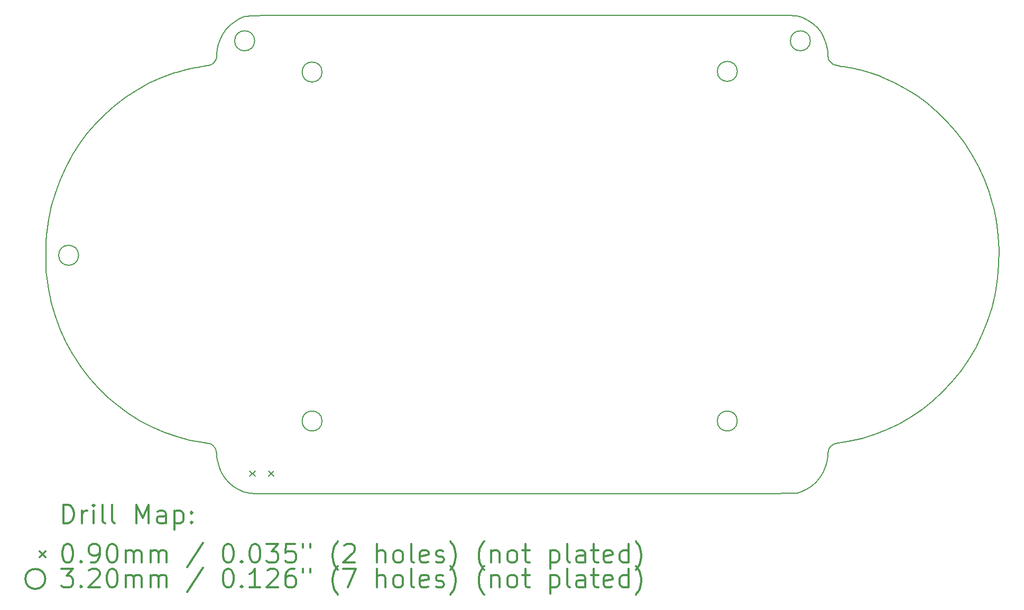
<source format=gbr>
%FSLAX45Y45*%
G04 Gerber Fmt 4.5, Leading zero omitted, Abs format (unit mm)*
G04 Created by KiCad (PCBNEW (2016-12-18 revision 3ffa37c)-master) date Monday, February 06, 2017 'PMt' 10:41:28 PM*
%MOMM*%
%LPD*%
G01*
G04 APERTURE LIST*
%ADD10C,0.127000*%
%ADD11C,0.150000*%
%ADD12C,0.200000*%
%ADD13C,0.300000*%
G04 APERTURE END LIST*
D10*
D11*
X13403871Y-5064494D02*
X13666055Y-5064516D01*
X13666055Y-5064516D02*
X13943394Y-5064543D01*
X13943394Y-5064543D02*
X14236324Y-5064570D01*
X14236324Y-5064570D02*
X14545279Y-5064591D01*
X14545279Y-5064591D02*
X14870695Y-5064600D01*
X14870695Y-5064600D02*
X14900000Y-5064600D01*
X14900000Y-5064600D02*
X15225195Y-5064603D01*
X15225195Y-5064603D02*
X15533889Y-5064614D01*
X15533889Y-5064614D02*
X15826513Y-5064633D01*
X15826513Y-5064633D02*
X16103500Y-5064663D01*
X16103500Y-5064663D02*
X16365282Y-5064703D01*
X16365282Y-5064703D02*
X16612291Y-5064757D01*
X16612291Y-5064757D02*
X16844958Y-5064824D01*
X16844958Y-5064824D02*
X17063715Y-5064907D01*
X17063715Y-5064907D02*
X17268995Y-5065007D01*
X17268995Y-5065007D02*
X17461230Y-5065124D01*
X17461230Y-5065124D02*
X17640851Y-5065261D01*
X17640851Y-5065261D02*
X17808291Y-5065418D01*
X17808291Y-5065418D02*
X17963981Y-5065597D01*
X17963981Y-5065597D02*
X18108354Y-5065800D01*
X18108354Y-5065800D02*
X18241842Y-5066027D01*
X18241842Y-5066027D02*
X18364876Y-5066280D01*
X18364876Y-5066280D02*
X18477888Y-5066561D01*
X18477888Y-5066561D02*
X18581311Y-5066870D01*
X18581311Y-5066870D02*
X18675577Y-5067209D01*
X18675577Y-5067209D02*
X18761117Y-5067579D01*
X18761117Y-5067579D02*
X18838363Y-5067981D01*
X18838363Y-5067981D02*
X18907748Y-5068418D01*
X18907748Y-5068418D02*
X18969703Y-5068890D01*
X18969703Y-5068890D02*
X19024661Y-5069398D01*
X19024661Y-5069398D02*
X19073053Y-5069944D01*
X19073053Y-5069944D02*
X19115312Y-5070530D01*
X19115312Y-5070530D02*
X19151869Y-5071155D01*
X19151869Y-5071155D02*
X19183156Y-5071823D01*
X19183156Y-5071823D02*
X19209606Y-5072534D01*
X19209606Y-5072534D02*
X19231650Y-5073289D01*
X19231650Y-5073289D02*
X19249720Y-5074090D01*
X19249720Y-5074090D02*
X19264249Y-5074938D01*
X19264249Y-5074938D02*
X19275669Y-5075835D01*
X19275669Y-5075835D02*
X19284410Y-5076781D01*
X19284410Y-5076781D02*
X19290906Y-5077779D01*
X19290906Y-5077779D02*
X19292380Y-5078067D01*
X19292380Y-5078067D02*
X19390309Y-5106500D01*
X19390309Y-5106500D02*
X19479746Y-5149022D01*
X19479746Y-5149022D02*
X19559829Y-5204606D01*
X19559829Y-5204606D02*
X19629698Y-5272224D01*
X19629698Y-5272224D02*
X19688490Y-5350848D01*
X19688490Y-5350848D02*
X19735342Y-5439450D01*
X19735342Y-5439450D02*
X19769394Y-5537003D01*
X19769394Y-5537003D02*
X19789783Y-5642479D01*
X19789783Y-5642479D02*
X19793073Y-5675092D01*
X19793073Y-5675092D02*
X19796952Y-5718151D01*
X19796952Y-5718151D02*
X19801106Y-5748489D01*
X19801106Y-5748489D02*
X19806569Y-5770300D01*
X19806569Y-5770300D02*
X19814373Y-5787779D01*
X19814373Y-5787779D02*
X19824841Y-5804112D01*
X19824841Y-5804112D02*
X19841678Y-5825672D01*
X19841678Y-5825672D02*
X19859890Y-5842512D01*
X19859890Y-5842512D02*
X19882263Y-5855771D01*
X19882263Y-5855771D02*
X19911586Y-5866592D01*
X19911586Y-5866592D02*
X19950647Y-5876114D01*
X19950647Y-5876114D02*
X20002232Y-5885478D01*
X20002232Y-5885478D02*
X20037212Y-5891014D01*
X20037212Y-5891014D02*
X20192983Y-5918577D01*
X20192983Y-5918577D02*
X20339016Y-5952472D01*
X20339016Y-5952472D02*
X20481878Y-5994458D01*
X20481878Y-5994458D02*
X20628135Y-6046294D01*
X20628135Y-6046294D02*
X20653560Y-6056115D01*
X20653560Y-6056115D02*
X20851592Y-6142441D01*
X20851592Y-6142441D02*
X21041742Y-6243346D01*
X21041742Y-6243346D02*
X21223400Y-6358119D01*
X21223400Y-6358119D02*
X21395957Y-6486046D01*
X21395957Y-6486046D02*
X21558801Y-6626414D01*
X21558801Y-6626414D02*
X21711323Y-6778512D01*
X21711323Y-6778512D02*
X21852913Y-6941625D01*
X21852913Y-6941625D02*
X21982959Y-7115043D01*
X21982959Y-7115043D02*
X22100853Y-7298051D01*
X22100853Y-7298051D02*
X22205984Y-7489937D01*
X22205984Y-7489937D02*
X22297742Y-7689989D01*
X22297742Y-7689989D02*
X22375516Y-7897493D01*
X22375516Y-7897493D02*
X22438697Y-8111737D01*
X22438697Y-8111737D02*
X22449063Y-8153399D01*
X22449063Y-8153399D02*
X22493503Y-8372803D01*
X22493503Y-8372803D02*
X22522257Y-8596790D01*
X22522257Y-8596790D02*
X22535296Y-8823500D01*
X22535296Y-8823500D02*
X22532594Y-9051073D01*
X22532594Y-9051073D02*
X22514122Y-9277649D01*
X22514122Y-9277649D02*
X22479855Y-9501367D01*
X22479855Y-9501367D02*
X22469607Y-9552841D01*
X22469607Y-9552841D02*
X22415580Y-9771540D01*
X22415580Y-9771540D02*
X22345706Y-9985304D01*
X22345706Y-9985304D02*
X22260522Y-10193141D01*
X22260522Y-10193141D02*
X22160565Y-10394058D01*
X22160565Y-10394058D02*
X22046371Y-10587060D01*
X22046371Y-10587060D02*
X21918478Y-10771156D01*
X21918478Y-10771156D02*
X21777422Y-10945351D01*
X21777422Y-10945351D02*
X21634259Y-11098233D01*
X21634259Y-11098233D02*
X21472290Y-11247851D01*
X21472290Y-11247851D02*
X21300848Y-11383912D01*
X21300848Y-11383912D02*
X21120740Y-11506011D01*
X21120740Y-11506011D02*
X20932773Y-11613744D01*
X20932773Y-11613744D02*
X20737753Y-11706709D01*
X20737753Y-11706709D02*
X20536486Y-11784502D01*
X20536486Y-11784502D02*
X20329780Y-11846718D01*
X20329780Y-11846718D02*
X20118440Y-11892955D01*
X20118440Y-11892955D02*
X20012681Y-11909761D01*
X20012681Y-11909761D02*
X19961533Y-11917487D01*
X19961533Y-11917487D02*
X19923804Y-11924984D01*
X19923804Y-11924984D02*
X19896034Y-11933393D01*
X19896034Y-11933393D02*
X19874766Y-11943853D01*
X19874766Y-11943853D02*
X19856541Y-11957505D01*
X19856541Y-11957505D02*
X19850127Y-11963355D01*
X19850127Y-11963355D02*
X19829024Y-11986473D01*
X19829024Y-11986473D02*
X19814042Y-12011852D01*
X19814042Y-12011852D02*
X19803730Y-12043493D01*
X19803730Y-12043493D02*
X19796634Y-12085400D01*
X19796634Y-12085400D02*
X19793000Y-12120704D01*
X19793000Y-12120704D02*
X19784677Y-12192612D01*
X19784677Y-12192612D02*
X19772497Y-12253874D01*
X19772497Y-12253874D02*
X19754873Y-12310626D01*
X19754873Y-12310626D02*
X19730220Y-12369004D01*
X19730220Y-12369004D02*
X19727117Y-12375567D01*
X19727117Y-12375567D02*
X19675732Y-12464013D01*
X19675732Y-12464013D02*
X19611264Y-12542371D01*
X19611264Y-12542371D02*
X19534940Y-12609606D01*
X19534940Y-12609606D02*
X19447986Y-12664686D01*
X19447986Y-12664686D02*
X19351630Y-12706574D01*
X19351630Y-12706574D02*
X19323833Y-12715587D01*
X19323833Y-12715587D02*
X19319590Y-12716731D01*
X19319590Y-12716731D02*
X19314351Y-12717817D01*
X19314351Y-12717817D02*
X19307681Y-12718848D01*
X19307681Y-12718848D02*
X19299143Y-12719823D01*
X19299143Y-12719823D02*
X19288303Y-12720745D01*
X19288303Y-12720745D02*
X19274723Y-12721616D01*
X19274723Y-12721616D02*
X19257968Y-12722437D01*
X19257968Y-12722437D02*
X19237602Y-12723210D01*
X19237602Y-12723210D02*
X19213188Y-12723937D01*
X19213188Y-12723937D02*
X19184292Y-12724619D01*
X19184292Y-12724619D02*
X19150477Y-12725257D01*
X19150477Y-12725257D02*
X19111306Y-12725854D01*
X19111306Y-12725854D02*
X19066344Y-12726412D01*
X19066344Y-12726412D02*
X19015156Y-12726931D01*
X19015156Y-12726931D02*
X18957304Y-12727413D01*
X18957304Y-12727413D02*
X18892353Y-12727860D01*
X18892353Y-12727860D02*
X18819868Y-12728275D01*
X18819868Y-12728275D02*
X18739411Y-12728657D01*
X18739411Y-12728657D02*
X18650548Y-12729009D01*
X18650548Y-12729009D02*
X18552842Y-12729333D01*
X18552842Y-12729333D02*
X18445857Y-12729631D01*
X18445857Y-12729631D02*
X18329157Y-12729903D01*
X18329157Y-12729903D02*
X18202306Y-12730152D01*
X18202306Y-12730152D02*
X18064869Y-12730379D01*
X18064869Y-12730379D02*
X17916408Y-12730586D01*
X17916408Y-12730586D02*
X17756489Y-12730774D01*
X17756489Y-12730774D02*
X17584676Y-12730946D01*
X17584676Y-12730946D02*
X17400531Y-12731102D01*
X17400531Y-12731102D02*
X17203620Y-12731245D01*
X17203620Y-12731245D02*
X16993506Y-12731375D01*
X16993506Y-12731375D02*
X16769754Y-12731496D01*
X16769754Y-12731496D02*
X16531927Y-12731608D01*
X16531927Y-12731608D02*
X16279589Y-12731713D01*
X16279589Y-12731713D02*
X16012305Y-12731812D01*
X16012305Y-12731812D02*
X15729639Y-12731908D01*
X15729639Y-12731908D02*
X15431154Y-12732002D01*
X15431154Y-12732002D02*
X15116414Y-12732095D01*
X15116414Y-12732095D02*
X14933867Y-12732148D01*
X14933867Y-12732148D02*
X14614587Y-12732223D01*
X14614587Y-12732223D02*
X14304852Y-12732265D01*
X14304852Y-12732265D02*
X14004977Y-12732275D01*
X14004977Y-12732275D02*
X13715278Y-12732252D01*
X13715278Y-12732252D02*
X13436068Y-12732198D01*
X13436068Y-12732198D02*
X13167664Y-12732112D01*
X13167664Y-12732112D02*
X12910381Y-12731996D01*
X12910381Y-12731996D02*
X12664532Y-12731849D01*
X12664532Y-12731849D02*
X12430435Y-12731672D01*
X12430435Y-12731672D02*
X12208403Y-12731466D01*
X12208403Y-12731466D02*
X11998751Y-12731231D01*
X11998751Y-12731231D02*
X11801796Y-12730968D01*
X11801796Y-12730968D02*
X11617851Y-12730677D01*
X11617851Y-12730677D02*
X11447232Y-12730358D01*
X11447232Y-12730358D02*
X11290253Y-12730012D01*
X11290253Y-12730012D02*
X11147231Y-12729640D01*
X11147231Y-12729640D02*
X11018480Y-12729241D01*
X11018480Y-12729241D02*
X10904315Y-12728817D01*
X10904315Y-12728817D02*
X10805052Y-12728369D01*
X10805052Y-12728369D02*
X10721004Y-12727895D01*
X10721004Y-12727895D02*
X10652488Y-12727397D01*
X10652488Y-12727397D02*
X10599818Y-12726876D01*
X10599818Y-12726876D02*
X10563310Y-12726331D01*
X10563310Y-12726331D02*
X10543278Y-12725764D01*
X10543278Y-12725764D02*
X10539725Y-12725502D01*
X10539725Y-12725502D02*
X10445208Y-12703581D01*
X10445208Y-12703581D02*
X10355703Y-12666305D01*
X10355703Y-12666305D02*
X10272788Y-12614899D01*
X10272788Y-12614899D02*
X10198041Y-12550591D01*
X10198041Y-12550591D02*
X10133042Y-12474605D01*
X10133042Y-12474605D02*
X10079367Y-12388169D01*
X10079367Y-12388169D02*
X10063498Y-12355562D01*
X10063498Y-12355562D02*
X10045526Y-12308277D01*
X10045526Y-12308277D02*
X10029380Y-12251824D01*
X10029380Y-12251824D02*
X10016528Y-12192710D01*
X10016528Y-12192710D02*
X10008438Y-12137442D01*
X10008438Y-12137442D02*
X10006378Y-12102245D01*
X10006378Y-12102245D02*
X9999005Y-12047523D01*
X9999005Y-12047523D02*
X9978351Y-11998653D01*
X9978351Y-11998653D02*
X9946193Y-11958804D01*
X9946193Y-11958804D02*
X9912836Y-11935267D01*
X9912836Y-11935267D02*
X9896136Y-11929713D01*
X9896136Y-11929713D02*
X9866846Y-11923031D01*
X9866846Y-11923031D02*
X9829190Y-11916089D01*
X9829190Y-11916089D02*
X9790069Y-11910116D01*
X9790069Y-11910116D02*
X9578546Y-11872577D01*
X9578546Y-11872577D02*
X9371415Y-11819015D01*
X9371415Y-11819015D02*
X9169444Y-11749947D01*
X9169444Y-11749947D02*
X8973399Y-11665889D01*
X8973399Y-11665889D02*
X8784049Y-11567359D01*
X8784049Y-11567359D02*
X8602160Y-11454875D01*
X8602160Y-11454875D02*
X8428501Y-11328953D01*
X8428501Y-11328953D02*
X8263837Y-11190110D01*
X8263837Y-11190110D02*
X8108938Y-11038864D01*
X8108938Y-11038864D02*
X7964569Y-10875732D01*
X7964569Y-10875732D02*
X7831499Y-10701231D01*
X7831499Y-10701231D02*
X7710495Y-10515879D01*
X7710495Y-10515879D02*
X7703085Y-10503501D01*
X7703085Y-10503501D02*
X7594490Y-10305521D01*
X7594490Y-10305521D02*
X7501368Y-10102132D01*
X7501368Y-10102132D02*
X7423466Y-9892576D01*
X7423466Y-9892576D02*
X7360535Y-9676092D01*
X7360535Y-9676092D02*
X7312322Y-9451923D01*
X7312322Y-9451923D02*
X7278850Y-9221733D01*
X7278850Y-9221733D02*
X7274860Y-9174415D01*
X7274860Y-9174415D02*
X7271792Y-9113696D01*
X7271792Y-9113696D02*
X7269647Y-9043076D01*
X7269647Y-9043076D02*
X7268423Y-8966059D01*
X7268423Y-8966059D02*
X7268133Y-8888832D01*
X7268133Y-8888832D02*
X7268122Y-8886146D01*
X7268122Y-8886146D02*
X7268744Y-8806839D01*
X7268744Y-8806839D02*
X7270287Y-8731639D01*
X7270287Y-8731639D02*
X7272752Y-8664049D01*
X7272752Y-8664049D02*
X7276139Y-8607571D01*
X7276139Y-8607571D02*
X7278859Y-8578267D01*
X7278859Y-8578267D02*
X7312406Y-8346762D01*
X7312406Y-8346762D02*
X7359895Y-8124385D01*
X7359895Y-8124385D02*
X7421682Y-7910152D01*
X7421682Y-7910152D02*
X7498123Y-7703082D01*
X7498123Y-7703082D02*
X7589575Y-7502193D01*
X7589575Y-7502193D02*
X7696394Y-7306504D01*
X7696394Y-7306504D02*
X7799778Y-7143167D01*
X7799778Y-7143167D02*
X7927824Y-6967798D01*
X7927824Y-6967798D02*
X8068412Y-6802642D01*
X8068412Y-6802642D02*
X8220530Y-6648441D01*
X8220530Y-6648441D02*
X8383164Y-6505938D01*
X8383164Y-6505938D02*
X8555303Y-6375876D01*
X8555303Y-6375876D02*
X8735936Y-6258997D01*
X8735936Y-6258997D02*
X8924048Y-6156045D01*
X8924048Y-6156045D02*
X9118629Y-6067761D01*
X9118629Y-6067761D02*
X9318666Y-5994890D01*
X9318666Y-5994890D02*
X9396936Y-5971097D01*
X9396936Y-5971097D02*
X9504202Y-5942738D01*
X9504202Y-5942738D02*
X9616531Y-5917480D01*
X9616531Y-5917480D02*
X9726538Y-5896880D01*
X9726538Y-5896880D02*
X9803067Y-5885426D01*
X9803067Y-5885426D02*
X9860298Y-5875767D01*
X9860298Y-5875767D02*
X9903937Y-5862887D01*
X9903937Y-5862887D02*
X9937221Y-5845465D01*
X9937221Y-5845465D02*
X9963384Y-5822178D01*
X9963384Y-5822178D02*
X9966374Y-5818720D01*
X9966374Y-5818720D02*
X9982788Y-5795480D01*
X9982788Y-5795480D02*
X9994440Y-5768701D01*
X9994440Y-5768701D02*
X10002436Y-5734469D01*
X10002436Y-5734469D02*
X10007886Y-5688869D01*
X10007886Y-5688869D02*
X10009658Y-5665733D01*
X10009658Y-5665733D02*
X10024817Y-5560840D01*
X10024817Y-5560840D02*
X10055053Y-5462460D01*
X10055053Y-5462460D02*
X10099570Y-5371776D01*
X10099570Y-5371776D02*
X10157574Y-5289971D01*
X10157574Y-5289971D02*
X10228270Y-5218226D01*
X10228270Y-5218226D02*
X10310862Y-5157726D01*
X10310862Y-5157726D02*
X10374567Y-5123061D01*
X10374567Y-5123061D02*
X10383086Y-5118720D01*
X10383086Y-5118720D02*
X10390235Y-5114598D01*
X10390235Y-5114598D02*
X10396449Y-5110689D01*
X10396449Y-5110689D02*
X10402163Y-5106988D01*
X10402163Y-5106988D02*
X10407812Y-5103488D01*
X10407812Y-5103488D02*
X10413830Y-5100185D01*
X10413830Y-5100185D02*
X10420652Y-5097073D01*
X10420652Y-5097073D02*
X10428714Y-5094145D01*
X10428714Y-5094145D02*
X10438449Y-5091397D01*
X10438449Y-5091397D02*
X10450294Y-5088823D01*
X10450294Y-5088823D02*
X10464683Y-5086417D01*
X10464683Y-5086417D02*
X10482051Y-5084173D01*
X10482051Y-5084173D02*
X10502832Y-5082087D01*
X10502832Y-5082087D02*
X10527462Y-5080151D01*
X10527462Y-5080151D02*
X10556376Y-5078362D01*
X10556376Y-5078362D02*
X10590007Y-5076712D01*
X10590007Y-5076712D02*
X10628793Y-5075197D01*
X10628793Y-5075197D02*
X10673166Y-5073811D01*
X10673166Y-5073811D02*
X10723562Y-5072548D01*
X10723562Y-5072548D02*
X10780416Y-5071403D01*
X10780416Y-5071403D02*
X10844164Y-5070369D01*
X10844164Y-5070369D02*
X10915238Y-5069443D01*
X10915238Y-5069443D02*
X10994076Y-5068616D01*
X10994076Y-5068616D02*
X11081111Y-5067885D01*
X11081111Y-5067885D02*
X11176778Y-5067244D01*
X11176778Y-5067244D02*
X11281512Y-5066686D01*
X11281512Y-5066686D02*
X11395749Y-5066207D01*
X11395749Y-5066207D02*
X11519923Y-5065800D01*
X11519923Y-5065800D02*
X11654468Y-5065460D01*
X11654468Y-5065460D02*
X11799821Y-5065182D01*
X11799821Y-5065182D02*
X11956415Y-5064960D01*
X11956415Y-5064960D02*
X12124685Y-5064788D01*
X12124685Y-5064788D02*
X12305068Y-5064660D01*
X12305068Y-5064660D02*
X12497996Y-5064572D01*
X12497996Y-5064572D02*
X12703906Y-5064516D01*
X12703906Y-5064516D02*
X12923232Y-5064489D01*
X12923232Y-5064489D02*
X13156409Y-5064483D01*
X13156409Y-5064483D02*
X13403871Y-5064494D01*
D12*
X10533000Y-12363700D02*
X10623000Y-12453700D01*
X10623000Y-12363700D02*
X10533000Y-12453700D01*
X10833000Y-12363700D02*
X10923000Y-12453700D01*
X10923000Y-12363700D02*
X10833000Y-12453700D01*
X7794000Y-8911600D02*
G75*
G03X7794000Y-8911600I-160000J0D01*
G01*
X10613000Y-5476200D02*
G75*
G03X10613000Y-5476200I-160000J0D01*
G01*
X11693000Y-5976200D02*
G75*
G03X11693000Y-5976200I-160000J0D01*
G01*
X11693000Y-11566200D02*
G75*
G03X11693000Y-11566200I-160000J0D01*
G01*
X18343000Y-5966200D02*
G75*
G03X18343000Y-5966200I-160000J0D01*
G01*
X18343000Y-11566200D02*
G75*
G03X18343000Y-11566200I-160000J0D01*
G01*
X19513000Y-5476200D02*
G75*
G03X19513000Y-5476200I-160000J0D01*
G01*
D13*
X7547051Y-13205489D02*
X7547051Y-12905489D01*
X7618479Y-12905489D01*
X7661337Y-12919775D01*
X7689908Y-12948346D01*
X7704194Y-12976918D01*
X7718479Y-13034061D01*
X7718479Y-13076918D01*
X7704194Y-13134061D01*
X7689908Y-13162632D01*
X7661337Y-13191204D01*
X7618479Y-13205489D01*
X7547051Y-13205489D01*
X7847051Y-13205489D02*
X7847051Y-13005489D01*
X7847051Y-13062632D02*
X7861337Y-13034061D01*
X7875622Y-13019775D01*
X7904194Y-13005489D01*
X7932765Y-13005489D01*
X8032765Y-13205489D02*
X8032765Y-13005489D01*
X8032765Y-12905489D02*
X8018479Y-12919775D01*
X8032765Y-12934061D01*
X8047051Y-12919775D01*
X8032765Y-12905489D01*
X8032765Y-12934061D01*
X8218479Y-13205489D02*
X8189908Y-13191204D01*
X8175622Y-13162632D01*
X8175622Y-12905489D01*
X8375622Y-13205489D02*
X8347051Y-13191204D01*
X8332765Y-13162632D01*
X8332765Y-12905489D01*
X8718480Y-13205489D02*
X8718480Y-12905489D01*
X8818480Y-13119775D01*
X8918480Y-12905489D01*
X8918480Y-13205489D01*
X9189908Y-13205489D02*
X9189908Y-13048346D01*
X9175622Y-13019775D01*
X9147051Y-13005489D01*
X9089908Y-13005489D01*
X9061337Y-13019775D01*
X9189908Y-13191204D02*
X9161337Y-13205489D01*
X9089908Y-13205489D01*
X9061337Y-13191204D01*
X9047051Y-13162632D01*
X9047051Y-13134061D01*
X9061337Y-13105489D01*
X9089908Y-13091204D01*
X9161337Y-13091204D01*
X9189908Y-13076918D01*
X9332765Y-13005489D02*
X9332765Y-13305489D01*
X9332765Y-13019775D02*
X9361337Y-13005489D01*
X9418480Y-13005489D01*
X9447051Y-13019775D01*
X9461337Y-13034061D01*
X9475622Y-13062632D01*
X9475622Y-13148346D01*
X9461337Y-13176918D01*
X9447051Y-13191204D01*
X9418480Y-13205489D01*
X9361337Y-13205489D01*
X9332765Y-13191204D01*
X9604194Y-13176918D02*
X9618480Y-13191204D01*
X9604194Y-13205489D01*
X9589908Y-13191204D01*
X9604194Y-13176918D01*
X9604194Y-13205489D01*
X9604194Y-13019775D02*
X9618480Y-13034061D01*
X9604194Y-13048346D01*
X9589908Y-13034061D01*
X9604194Y-13019775D01*
X9604194Y-13048346D01*
X7170622Y-13654775D02*
X7260622Y-13744775D01*
X7260622Y-13654775D02*
X7170622Y-13744775D01*
X7604194Y-13535489D02*
X7632765Y-13535489D01*
X7661337Y-13549775D01*
X7675622Y-13564061D01*
X7689908Y-13592632D01*
X7704194Y-13649775D01*
X7704194Y-13721204D01*
X7689908Y-13778346D01*
X7675622Y-13806918D01*
X7661337Y-13821204D01*
X7632765Y-13835489D01*
X7604194Y-13835489D01*
X7575622Y-13821204D01*
X7561337Y-13806918D01*
X7547051Y-13778346D01*
X7532765Y-13721204D01*
X7532765Y-13649775D01*
X7547051Y-13592632D01*
X7561337Y-13564061D01*
X7575622Y-13549775D01*
X7604194Y-13535489D01*
X7832765Y-13806918D02*
X7847051Y-13821204D01*
X7832765Y-13835489D01*
X7818479Y-13821204D01*
X7832765Y-13806918D01*
X7832765Y-13835489D01*
X7989908Y-13835489D02*
X8047051Y-13835489D01*
X8075622Y-13821204D01*
X8089908Y-13806918D01*
X8118479Y-13764061D01*
X8132765Y-13706918D01*
X8132765Y-13592632D01*
X8118479Y-13564061D01*
X8104194Y-13549775D01*
X8075622Y-13535489D01*
X8018479Y-13535489D01*
X7989908Y-13549775D01*
X7975622Y-13564061D01*
X7961337Y-13592632D01*
X7961337Y-13664061D01*
X7975622Y-13692632D01*
X7989908Y-13706918D01*
X8018479Y-13721204D01*
X8075622Y-13721204D01*
X8104194Y-13706918D01*
X8118479Y-13692632D01*
X8132765Y-13664061D01*
X8318479Y-13535489D02*
X8347051Y-13535489D01*
X8375622Y-13549775D01*
X8389908Y-13564061D01*
X8404194Y-13592632D01*
X8418480Y-13649775D01*
X8418480Y-13721204D01*
X8404194Y-13778346D01*
X8389908Y-13806918D01*
X8375622Y-13821204D01*
X8347051Y-13835489D01*
X8318479Y-13835489D01*
X8289908Y-13821204D01*
X8275622Y-13806918D01*
X8261337Y-13778346D01*
X8247051Y-13721204D01*
X8247051Y-13649775D01*
X8261337Y-13592632D01*
X8275622Y-13564061D01*
X8289908Y-13549775D01*
X8318479Y-13535489D01*
X8547051Y-13835489D02*
X8547051Y-13635489D01*
X8547051Y-13664061D02*
X8561337Y-13649775D01*
X8589908Y-13635489D01*
X8632765Y-13635489D01*
X8661337Y-13649775D01*
X8675622Y-13678346D01*
X8675622Y-13835489D01*
X8675622Y-13678346D02*
X8689908Y-13649775D01*
X8718480Y-13635489D01*
X8761337Y-13635489D01*
X8789908Y-13649775D01*
X8804194Y-13678346D01*
X8804194Y-13835489D01*
X8947051Y-13835489D02*
X8947051Y-13635489D01*
X8947051Y-13664061D02*
X8961337Y-13649775D01*
X8989908Y-13635489D01*
X9032765Y-13635489D01*
X9061337Y-13649775D01*
X9075622Y-13678346D01*
X9075622Y-13835489D01*
X9075622Y-13678346D02*
X9089908Y-13649775D01*
X9118480Y-13635489D01*
X9161337Y-13635489D01*
X9189908Y-13649775D01*
X9204194Y-13678346D01*
X9204194Y-13835489D01*
X9789908Y-13521204D02*
X9532765Y-13906918D01*
X10175622Y-13535489D02*
X10204194Y-13535489D01*
X10232765Y-13549775D01*
X10247051Y-13564061D01*
X10261337Y-13592632D01*
X10275622Y-13649775D01*
X10275622Y-13721204D01*
X10261337Y-13778346D01*
X10247051Y-13806918D01*
X10232765Y-13821204D01*
X10204194Y-13835489D01*
X10175622Y-13835489D01*
X10147051Y-13821204D01*
X10132765Y-13806918D01*
X10118480Y-13778346D01*
X10104194Y-13721204D01*
X10104194Y-13649775D01*
X10118480Y-13592632D01*
X10132765Y-13564061D01*
X10147051Y-13549775D01*
X10175622Y-13535489D01*
X10404194Y-13806918D02*
X10418480Y-13821204D01*
X10404194Y-13835489D01*
X10389908Y-13821204D01*
X10404194Y-13806918D01*
X10404194Y-13835489D01*
X10604194Y-13535489D02*
X10632765Y-13535489D01*
X10661337Y-13549775D01*
X10675622Y-13564061D01*
X10689908Y-13592632D01*
X10704194Y-13649775D01*
X10704194Y-13721204D01*
X10689908Y-13778346D01*
X10675622Y-13806918D01*
X10661337Y-13821204D01*
X10632765Y-13835489D01*
X10604194Y-13835489D01*
X10575622Y-13821204D01*
X10561337Y-13806918D01*
X10547051Y-13778346D01*
X10532765Y-13721204D01*
X10532765Y-13649775D01*
X10547051Y-13592632D01*
X10561337Y-13564061D01*
X10575622Y-13549775D01*
X10604194Y-13535489D01*
X10804194Y-13535489D02*
X10989908Y-13535489D01*
X10889908Y-13649775D01*
X10932765Y-13649775D01*
X10961337Y-13664061D01*
X10975622Y-13678346D01*
X10989908Y-13706918D01*
X10989908Y-13778346D01*
X10975622Y-13806918D01*
X10961337Y-13821204D01*
X10932765Y-13835489D01*
X10847051Y-13835489D01*
X10818480Y-13821204D01*
X10804194Y-13806918D01*
X11261337Y-13535489D02*
X11118480Y-13535489D01*
X11104194Y-13678346D01*
X11118480Y-13664061D01*
X11147051Y-13649775D01*
X11218479Y-13649775D01*
X11247051Y-13664061D01*
X11261337Y-13678346D01*
X11275622Y-13706918D01*
X11275622Y-13778346D01*
X11261337Y-13806918D01*
X11247051Y-13821204D01*
X11218479Y-13835489D01*
X11147051Y-13835489D01*
X11118480Y-13821204D01*
X11104194Y-13806918D01*
X11389908Y-13535489D02*
X11389908Y-13592632D01*
X11504194Y-13535489D02*
X11504194Y-13592632D01*
X11947051Y-13949775D02*
X11932765Y-13935489D01*
X11904194Y-13892632D01*
X11889908Y-13864061D01*
X11875622Y-13821204D01*
X11861337Y-13749775D01*
X11861337Y-13692632D01*
X11875622Y-13621204D01*
X11889908Y-13578346D01*
X11904194Y-13549775D01*
X11932765Y-13506918D01*
X11947051Y-13492632D01*
X12047051Y-13564061D02*
X12061337Y-13549775D01*
X12089908Y-13535489D01*
X12161337Y-13535489D01*
X12189908Y-13549775D01*
X12204194Y-13564061D01*
X12218479Y-13592632D01*
X12218479Y-13621204D01*
X12204194Y-13664061D01*
X12032765Y-13835489D01*
X12218479Y-13835489D01*
X12575622Y-13835489D02*
X12575622Y-13535489D01*
X12704194Y-13835489D02*
X12704194Y-13678346D01*
X12689908Y-13649775D01*
X12661337Y-13635489D01*
X12618479Y-13635489D01*
X12589908Y-13649775D01*
X12575622Y-13664061D01*
X12889908Y-13835489D02*
X12861337Y-13821204D01*
X12847051Y-13806918D01*
X12832765Y-13778346D01*
X12832765Y-13692632D01*
X12847051Y-13664061D01*
X12861337Y-13649775D01*
X12889908Y-13635489D01*
X12932765Y-13635489D01*
X12961337Y-13649775D01*
X12975622Y-13664061D01*
X12989908Y-13692632D01*
X12989908Y-13778346D01*
X12975622Y-13806918D01*
X12961337Y-13821204D01*
X12932765Y-13835489D01*
X12889908Y-13835489D01*
X13161337Y-13835489D02*
X13132765Y-13821204D01*
X13118479Y-13792632D01*
X13118479Y-13535489D01*
X13389908Y-13821204D02*
X13361337Y-13835489D01*
X13304194Y-13835489D01*
X13275622Y-13821204D01*
X13261337Y-13792632D01*
X13261337Y-13678346D01*
X13275622Y-13649775D01*
X13304194Y-13635489D01*
X13361337Y-13635489D01*
X13389908Y-13649775D01*
X13404194Y-13678346D01*
X13404194Y-13706918D01*
X13261337Y-13735489D01*
X13518479Y-13821204D02*
X13547051Y-13835489D01*
X13604194Y-13835489D01*
X13632765Y-13821204D01*
X13647051Y-13792632D01*
X13647051Y-13778346D01*
X13632765Y-13749775D01*
X13604194Y-13735489D01*
X13561337Y-13735489D01*
X13532765Y-13721204D01*
X13518479Y-13692632D01*
X13518479Y-13678346D01*
X13532765Y-13649775D01*
X13561337Y-13635489D01*
X13604194Y-13635489D01*
X13632765Y-13649775D01*
X13747051Y-13949775D02*
X13761337Y-13935489D01*
X13789908Y-13892632D01*
X13804194Y-13864061D01*
X13818479Y-13821204D01*
X13832765Y-13749775D01*
X13832765Y-13692632D01*
X13818479Y-13621204D01*
X13804194Y-13578346D01*
X13789908Y-13549775D01*
X13761337Y-13506918D01*
X13747051Y-13492632D01*
X14289908Y-13949775D02*
X14275622Y-13935489D01*
X14247051Y-13892632D01*
X14232765Y-13864061D01*
X14218479Y-13821204D01*
X14204194Y-13749775D01*
X14204194Y-13692632D01*
X14218479Y-13621204D01*
X14232765Y-13578346D01*
X14247051Y-13549775D01*
X14275622Y-13506918D01*
X14289908Y-13492632D01*
X14404194Y-13635489D02*
X14404194Y-13835489D01*
X14404194Y-13664061D02*
X14418479Y-13649775D01*
X14447051Y-13635489D01*
X14489908Y-13635489D01*
X14518479Y-13649775D01*
X14532765Y-13678346D01*
X14532765Y-13835489D01*
X14718479Y-13835489D02*
X14689908Y-13821204D01*
X14675622Y-13806918D01*
X14661337Y-13778346D01*
X14661337Y-13692632D01*
X14675622Y-13664061D01*
X14689908Y-13649775D01*
X14718479Y-13635489D01*
X14761337Y-13635489D01*
X14789908Y-13649775D01*
X14804194Y-13664061D01*
X14818479Y-13692632D01*
X14818479Y-13778346D01*
X14804194Y-13806918D01*
X14789908Y-13821204D01*
X14761337Y-13835489D01*
X14718479Y-13835489D01*
X14904194Y-13635489D02*
X15018479Y-13635489D01*
X14947051Y-13535489D02*
X14947051Y-13792632D01*
X14961337Y-13821204D01*
X14989908Y-13835489D01*
X15018479Y-13835489D01*
X15347051Y-13635489D02*
X15347051Y-13935489D01*
X15347051Y-13649775D02*
X15375622Y-13635489D01*
X15432765Y-13635489D01*
X15461337Y-13649775D01*
X15475622Y-13664061D01*
X15489908Y-13692632D01*
X15489908Y-13778346D01*
X15475622Y-13806918D01*
X15461337Y-13821204D01*
X15432765Y-13835489D01*
X15375622Y-13835489D01*
X15347051Y-13821204D01*
X15661337Y-13835489D02*
X15632765Y-13821204D01*
X15618479Y-13792632D01*
X15618479Y-13535489D01*
X15904194Y-13835489D02*
X15904194Y-13678346D01*
X15889908Y-13649775D01*
X15861337Y-13635489D01*
X15804194Y-13635489D01*
X15775622Y-13649775D01*
X15904194Y-13821204D02*
X15875622Y-13835489D01*
X15804194Y-13835489D01*
X15775622Y-13821204D01*
X15761337Y-13792632D01*
X15761337Y-13764061D01*
X15775622Y-13735489D01*
X15804194Y-13721204D01*
X15875622Y-13721204D01*
X15904194Y-13706918D01*
X16004194Y-13635489D02*
X16118479Y-13635489D01*
X16047051Y-13535489D02*
X16047051Y-13792632D01*
X16061337Y-13821204D01*
X16089908Y-13835489D01*
X16118479Y-13835489D01*
X16332765Y-13821204D02*
X16304194Y-13835489D01*
X16247051Y-13835489D01*
X16218479Y-13821204D01*
X16204194Y-13792632D01*
X16204194Y-13678346D01*
X16218479Y-13649775D01*
X16247051Y-13635489D01*
X16304194Y-13635489D01*
X16332765Y-13649775D01*
X16347051Y-13678346D01*
X16347051Y-13706918D01*
X16204194Y-13735489D01*
X16604194Y-13835489D02*
X16604194Y-13535489D01*
X16604194Y-13821204D02*
X16575622Y-13835489D01*
X16518479Y-13835489D01*
X16489908Y-13821204D01*
X16475622Y-13806918D01*
X16461337Y-13778346D01*
X16461337Y-13692632D01*
X16475622Y-13664061D01*
X16489908Y-13649775D01*
X16518479Y-13635489D01*
X16575622Y-13635489D01*
X16604194Y-13649775D01*
X16718479Y-13949775D02*
X16732765Y-13935489D01*
X16761337Y-13892632D01*
X16775622Y-13864061D01*
X16789908Y-13821204D01*
X16804194Y-13749775D01*
X16804194Y-13692632D01*
X16789908Y-13621204D01*
X16775622Y-13578346D01*
X16761337Y-13549775D01*
X16732765Y-13506918D01*
X16718479Y-13492632D01*
X7260622Y-14095775D02*
G75*
G03X7260622Y-14095775I-160000J0D01*
G01*
X7518479Y-13931489D02*
X7704194Y-13931489D01*
X7604194Y-14045775D01*
X7647051Y-14045775D01*
X7675622Y-14060061D01*
X7689908Y-14074346D01*
X7704194Y-14102918D01*
X7704194Y-14174346D01*
X7689908Y-14202918D01*
X7675622Y-14217204D01*
X7647051Y-14231489D01*
X7561337Y-14231489D01*
X7532765Y-14217204D01*
X7518479Y-14202918D01*
X7832765Y-14202918D02*
X7847051Y-14217204D01*
X7832765Y-14231489D01*
X7818479Y-14217204D01*
X7832765Y-14202918D01*
X7832765Y-14231489D01*
X7961337Y-13960061D02*
X7975622Y-13945775D01*
X8004194Y-13931489D01*
X8075622Y-13931489D01*
X8104194Y-13945775D01*
X8118479Y-13960061D01*
X8132765Y-13988632D01*
X8132765Y-14017204D01*
X8118479Y-14060061D01*
X7947051Y-14231489D01*
X8132765Y-14231489D01*
X8318479Y-13931489D02*
X8347051Y-13931489D01*
X8375622Y-13945775D01*
X8389908Y-13960061D01*
X8404194Y-13988632D01*
X8418480Y-14045775D01*
X8418480Y-14117204D01*
X8404194Y-14174346D01*
X8389908Y-14202918D01*
X8375622Y-14217204D01*
X8347051Y-14231489D01*
X8318479Y-14231489D01*
X8289908Y-14217204D01*
X8275622Y-14202918D01*
X8261337Y-14174346D01*
X8247051Y-14117204D01*
X8247051Y-14045775D01*
X8261337Y-13988632D01*
X8275622Y-13960061D01*
X8289908Y-13945775D01*
X8318479Y-13931489D01*
X8547051Y-14231489D02*
X8547051Y-14031489D01*
X8547051Y-14060061D02*
X8561337Y-14045775D01*
X8589908Y-14031489D01*
X8632765Y-14031489D01*
X8661337Y-14045775D01*
X8675622Y-14074346D01*
X8675622Y-14231489D01*
X8675622Y-14074346D02*
X8689908Y-14045775D01*
X8718480Y-14031489D01*
X8761337Y-14031489D01*
X8789908Y-14045775D01*
X8804194Y-14074346D01*
X8804194Y-14231489D01*
X8947051Y-14231489D02*
X8947051Y-14031489D01*
X8947051Y-14060061D02*
X8961337Y-14045775D01*
X8989908Y-14031489D01*
X9032765Y-14031489D01*
X9061337Y-14045775D01*
X9075622Y-14074346D01*
X9075622Y-14231489D01*
X9075622Y-14074346D02*
X9089908Y-14045775D01*
X9118480Y-14031489D01*
X9161337Y-14031489D01*
X9189908Y-14045775D01*
X9204194Y-14074346D01*
X9204194Y-14231489D01*
X9789908Y-13917204D02*
X9532765Y-14302918D01*
X10175622Y-13931489D02*
X10204194Y-13931489D01*
X10232765Y-13945775D01*
X10247051Y-13960061D01*
X10261337Y-13988632D01*
X10275622Y-14045775D01*
X10275622Y-14117204D01*
X10261337Y-14174346D01*
X10247051Y-14202918D01*
X10232765Y-14217204D01*
X10204194Y-14231489D01*
X10175622Y-14231489D01*
X10147051Y-14217204D01*
X10132765Y-14202918D01*
X10118480Y-14174346D01*
X10104194Y-14117204D01*
X10104194Y-14045775D01*
X10118480Y-13988632D01*
X10132765Y-13960061D01*
X10147051Y-13945775D01*
X10175622Y-13931489D01*
X10404194Y-14202918D02*
X10418480Y-14217204D01*
X10404194Y-14231489D01*
X10389908Y-14217204D01*
X10404194Y-14202918D01*
X10404194Y-14231489D01*
X10704194Y-14231489D02*
X10532765Y-14231489D01*
X10618480Y-14231489D02*
X10618480Y-13931489D01*
X10589908Y-13974346D01*
X10561337Y-14002918D01*
X10532765Y-14017204D01*
X10818480Y-13960061D02*
X10832765Y-13945775D01*
X10861337Y-13931489D01*
X10932765Y-13931489D01*
X10961337Y-13945775D01*
X10975622Y-13960061D01*
X10989908Y-13988632D01*
X10989908Y-14017204D01*
X10975622Y-14060061D01*
X10804194Y-14231489D01*
X10989908Y-14231489D01*
X11247051Y-13931489D02*
X11189908Y-13931489D01*
X11161337Y-13945775D01*
X11147051Y-13960061D01*
X11118480Y-14002918D01*
X11104194Y-14060061D01*
X11104194Y-14174346D01*
X11118480Y-14202918D01*
X11132765Y-14217204D01*
X11161337Y-14231489D01*
X11218479Y-14231489D01*
X11247051Y-14217204D01*
X11261337Y-14202918D01*
X11275622Y-14174346D01*
X11275622Y-14102918D01*
X11261337Y-14074346D01*
X11247051Y-14060061D01*
X11218479Y-14045775D01*
X11161337Y-14045775D01*
X11132765Y-14060061D01*
X11118480Y-14074346D01*
X11104194Y-14102918D01*
X11389908Y-13931489D02*
X11389908Y-13988632D01*
X11504194Y-13931489D02*
X11504194Y-13988632D01*
X11947051Y-14345775D02*
X11932765Y-14331489D01*
X11904194Y-14288632D01*
X11889908Y-14260061D01*
X11875622Y-14217204D01*
X11861337Y-14145775D01*
X11861337Y-14088632D01*
X11875622Y-14017204D01*
X11889908Y-13974346D01*
X11904194Y-13945775D01*
X11932765Y-13902918D01*
X11947051Y-13888632D01*
X12032765Y-13931489D02*
X12232765Y-13931489D01*
X12104194Y-14231489D01*
X12575622Y-14231489D02*
X12575622Y-13931489D01*
X12704194Y-14231489D02*
X12704194Y-14074346D01*
X12689908Y-14045775D01*
X12661337Y-14031489D01*
X12618479Y-14031489D01*
X12589908Y-14045775D01*
X12575622Y-14060061D01*
X12889908Y-14231489D02*
X12861337Y-14217204D01*
X12847051Y-14202918D01*
X12832765Y-14174346D01*
X12832765Y-14088632D01*
X12847051Y-14060061D01*
X12861337Y-14045775D01*
X12889908Y-14031489D01*
X12932765Y-14031489D01*
X12961337Y-14045775D01*
X12975622Y-14060061D01*
X12989908Y-14088632D01*
X12989908Y-14174346D01*
X12975622Y-14202918D01*
X12961337Y-14217204D01*
X12932765Y-14231489D01*
X12889908Y-14231489D01*
X13161337Y-14231489D02*
X13132765Y-14217204D01*
X13118479Y-14188632D01*
X13118479Y-13931489D01*
X13389908Y-14217204D02*
X13361337Y-14231489D01*
X13304194Y-14231489D01*
X13275622Y-14217204D01*
X13261337Y-14188632D01*
X13261337Y-14074346D01*
X13275622Y-14045775D01*
X13304194Y-14031489D01*
X13361337Y-14031489D01*
X13389908Y-14045775D01*
X13404194Y-14074346D01*
X13404194Y-14102918D01*
X13261337Y-14131489D01*
X13518479Y-14217204D02*
X13547051Y-14231489D01*
X13604194Y-14231489D01*
X13632765Y-14217204D01*
X13647051Y-14188632D01*
X13647051Y-14174346D01*
X13632765Y-14145775D01*
X13604194Y-14131489D01*
X13561337Y-14131489D01*
X13532765Y-14117204D01*
X13518479Y-14088632D01*
X13518479Y-14074346D01*
X13532765Y-14045775D01*
X13561337Y-14031489D01*
X13604194Y-14031489D01*
X13632765Y-14045775D01*
X13747051Y-14345775D02*
X13761337Y-14331489D01*
X13789908Y-14288632D01*
X13804194Y-14260061D01*
X13818479Y-14217204D01*
X13832765Y-14145775D01*
X13832765Y-14088632D01*
X13818479Y-14017204D01*
X13804194Y-13974346D01*
X13789908Y-13945775D01*
X13761337Y-13902918D01*
X13747051Y-13888632D01*
X14289908Y-14345775D02*
X14275622Y-14331489D01*
X14247051Y-14288632D01*
X14232765Y-14260061D01*
X14218479Y-14217204D01*
X14204194Y-14145775D01*
X14204194Y-14088632D01*
X14218479Y-14017204D01*
X14232765Y-13974346D01*
X14247051Y-13945775D01*
X14275622Y-13902918D01*
X14289908Y-13888632D01*
X14404194Y-14031489D02*
X14404194Y-14231489D01*
X14404194Y-14060061D02*
X14418479Y-14045775D01*
X14447051Y-14031489D01*
X14489908Y-14031489D01*
X14518479Y-14045775D01*
X14532765Y-14074346D01*
X14532765Y-14231489D01*
X14718479Y-14231489D02*
X14689908Y-14217204D01*
X14675622Y-14202918D01*
X14661337Y-14174346D01*
X14661337Y-14088632D01*
X14675622Y-14060061D01*
X14689908Y-14045775D01*
X14718479Y-14031489D01*
X14761337Y-14031489D01*
X14789908Y-14045775D01*
X14804194Y-14060061D01*
X14818479Y-14088632D01*
X14818479Y-14174346D01*
X14804194Y-14202918D01*
X14789908Y-14217204D01*
X14761337Y-14231489D01*
X14718479Y-14231489D01*
X14904194Y-14031489D02*
X15018479Y-14031489D01*
X14947051Y-13931489D02*
X14947051Y-14188632D01*
X14961337Y-14217204D01*
X14989908Y-14231489D01*
X15018479Y-14231489D01*
X15347051Y-14031489D02*
X15347051Y-14331489D01*
X15347051Y-14045775D02*
X15375622Y-14031489D01*
X15432765Y-14031489D01*
X15461337Y-14045775D01*
X15475622Y-14060061D01*
X15489908Y-14088632D01*
X15489908Y-14174346D01*
X15475622Y-14202918D01*
X15461337Y-14217204D01*
X15432765Y-14231489D01*
X15375622Y-14231489D01*
X15347051Y-14217204D01*
X15661337Y-14231489D02*
X15632765Y-14217204D01*
X15618479Y-14188632D01*
X15618479Y-13931489D01*
X15904194Y-14231489D02*
X15904194Y-14074346D01*
X15889908Y-14045775D01*
X15861337Y-14031489D01*
X15804194Y-14031489D01*
X15775622Y-14045775D01*
X15904194Y-14217204D02*
X15875622Y-14231489D01*
X15804194Y-14231489D01*
X15775622Y-14217204D01*
X15761337Y-14188632D01*
X15761337Y-14160061D01*
X15775622Y-14131489D01*
X15804194Y-14117204D01*
X15875622Y-14117204D01*
X15904194Y-14102918D01*
X16004194Y-14031489D02*
X16118479Y-14031489D01*
X16047051Y-13931489D02*
X16047051Y-14188632D01*
X16061337Y-14217204D01*
X16089908Y-14231489D01*
X16118479Y-14231489D01*
X16332765Y-14217204D02*
X16304194Y-14231489D01*
X16247051Y-14231489D01*
X16218479Y-14217204D01*
X16204194Y-14188632D01*
X16204194Y-14074346D01*
X16218479Y-14045775D01*
X16247051Y-14031489D01*
X16304194Y-14031489D01*
X16332765Y-14045775D01*
X16347051Y-14074346D01*
X16347051Y-14102918D01*
X16204194Y-14131489D01*
X16604194Y-14231489D02*
X16604194Y-13931489D01*
X16604194Y-14217204D02*
X16575622Y-14231489D01*
X16518479Y-14231489D01*
X16489908Y-14217204D01*
X16475622Y-14202918D01*
X16461337Y-14174346D01*
X16461337Y-14088632D01*
X16475622Y-14060061D01*
X16489908Y-14045775D01*
X16518479Y-14031489D01*
X16575622Y-14031489D01*
X16604194Y-14045775D01*
X16718479Y-14345775D02*
X16732765Y-14331489D01*
X16761337Y-14288632D01*
X16775622Y-14260061D01*
X16789908Y-14217204D01*
X16804194Y-14145775D01*
X16804194Y-14088632D01*
X16789908Y-14017204D01*
X16775622Y-13974346D01*
X16761337Y-13945775D01*
X16732765Y-13902918D01*
X16718479Y-13888632D01*
M02*

</source>
